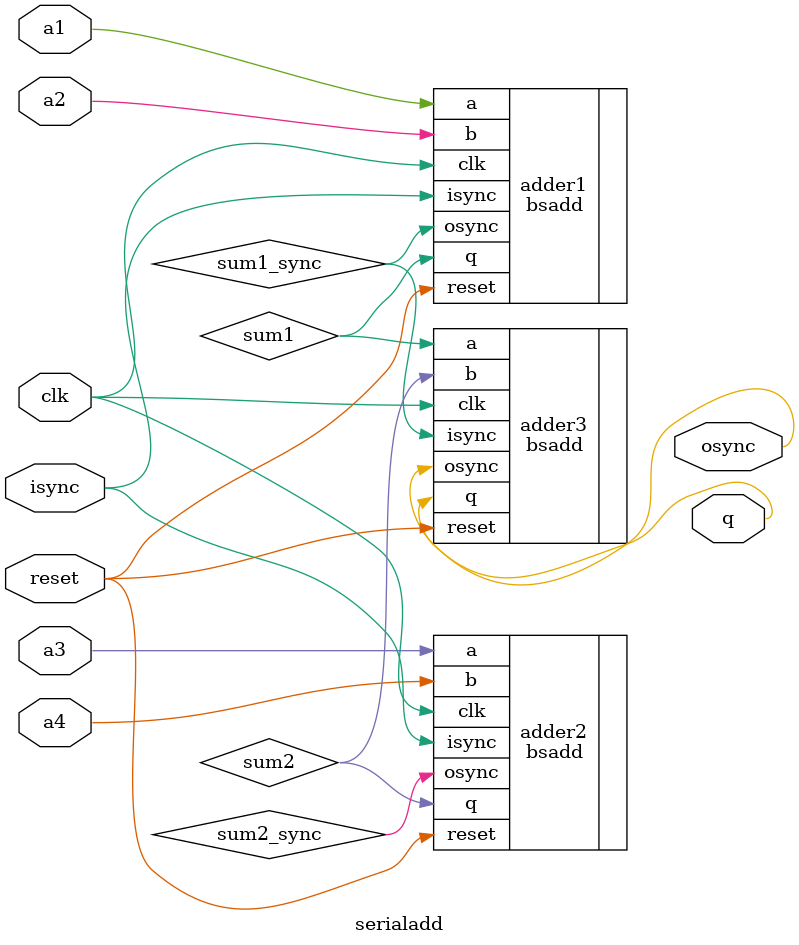
<source format=v>
module serialadd(
		 input  reset,
		 input  clk,
		 input  a1,
		 input  a2,
		 input  a3,
		 input  a4,
		 output q,
		 input  isync,
		 output osync
		 );

   wire			sum1, sum2;
   wire			sum1_sync, sum2_sync;
   
   bsadd adder1(.reset(reset),
		.clk(clk),
		.a(a1),
		.b(a2),
		.q(sum1),
		.isync(isync),
		.osync(sum1_sync));

   bsadd adder2(.reset(reset),
		.clk(clk),
		.a(a3),
		.b(a4),
		.q(sum2),
		.isync(isync),
		.osync(sum2_sync));

   bsadd adder3(.reset(reset),
		.clk(clk),
		.a(sum1),
		.b(sum2),
		.q(q),
		.isync(sum1_sync),
		.osync(osync));
   
endmodule

</source>
